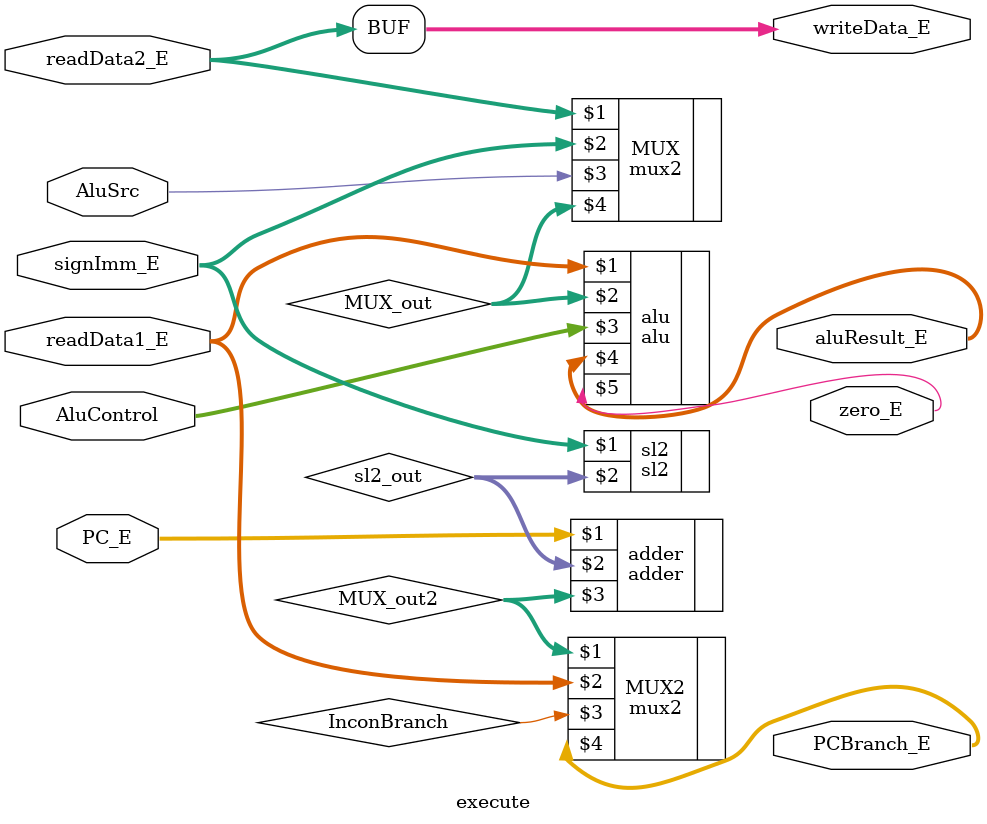
<source format=sv>

module execute #(parameter N = 64) (
		input logic AluSrc,
		input logic [3:0] AluControl,
		input logic [N-1:0] PC_E, signImm_E, readData1_E, readData2_E,
		output logic [N-1:0] PCBranch_E, aluResult_E, writeData_E,
		output logic zero_E
	);

	logic [N-1:0] MUX_out;
	logic [N-1:0] MUX_out2;
	logic [N-1:0] sl2_out;

	mux2 #(N) MUX(readData2_E, signImm_E, AluSrc, MUX_out);
	sl2 #(N) sl2(signImm_E, sl2_out);
	adder #(N) adder(PC_E, sl2_out, MUX_out2);
	alu #(N) alu(readData1_E, MUX_out, AluControl, aluResult_E, zero_E);
	mux2 #(N) MUX2(MUX_out2, readData1_E, InconBranch, PCBranch_E);

	assign writeData_E = readData2_E;

endmodule

</source>
